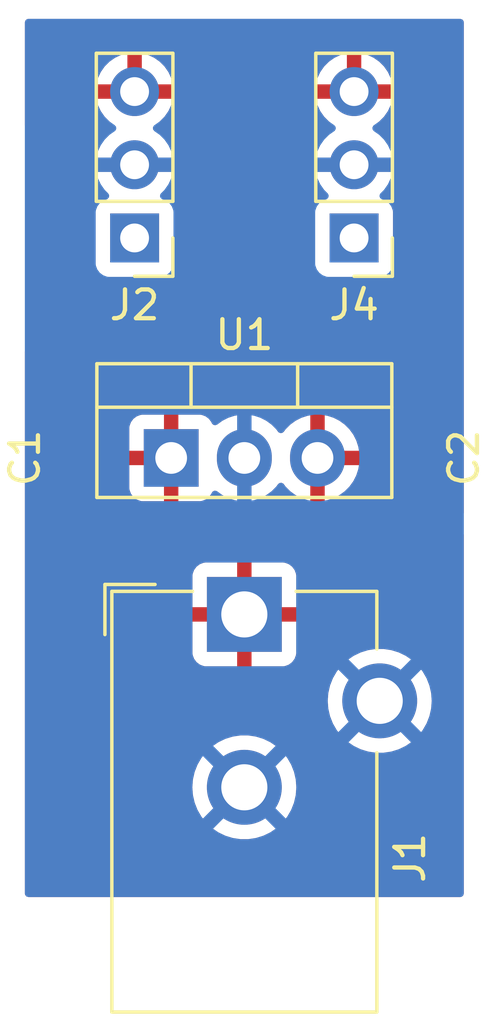
<source format=kicad_pcb>
(kicad_pcb (version 20240108) (generator "pcbnew") (generator_version "8.0")
  (layers (0 "F.Cu" signal) (31 "B.Cu" signal) (34 "B.Paste" user) (35 "F.Paste" user) (36 "B.SilkS" user "B.Silkscreen") (37 "F.SilkS" user "F.Silkscreen") (38 "B.Mask" user) (39 "F.Mask" user) (44 "Edge.Cuts" user))
  (net 0 "")
  (net 1 "GND")
  (net 2 "+9V")
  (net 3 "+5V")
  (footprint "Connector_BarrelJack:BarrelJack_CUI_PJ-102AH_Horizontal" (layer "F.Cu") (at 184.15 70.2)
    (property "Reference" "J1" (at 5.75 8.45 90) (layer "F.SilkS"))
    (property "Value" "Barrel_Jack_Switch")
    (fp_line (start -4.84 -1.04) (end -3.1 -1.04) (stroke (width 0.12)) (layer "F.SilkS"))
    (fp_line (start -4.84 0.7) (end -4.84 -1.04) (stroke (width 0.12)) (layer "F.SilkS"))
    (fp_line (start -4.6 -0.8) (end -1.8 -0.8) (stroke (width 0.12)) (layer "F.SilkS"))
    (fp_line (start -4.6 13.8) (end -4.6 -0.8) (stroke (width 0.12)) (layer "F.SilkS"))
    (fp_line (start 1.8 -0.8) (end 4.6 -0.8) (stroke (width 0.12)) (layer "F.SilkS"))
    (fp_line (start 4.6 -0.8) (end 4.6 1.2) (stroke (width 0.12)) (layer "F.SilkS"))
    (fp_line (start 4.6 4.8) (end 4.6 13.8) (stroke (width 0.12)) (layer "F.SilkS"))
    (fp_line (start 4.6 13.8) (end -4.6 13.8) (stroke (width 0.12)) (layer "F.SilkS"))
    (pad "1" thru_hole rect (at 0 0) (size 2.6 2.6) (drill 1.6) (layers "*.Cu" "*.Mask") (net 2 "+9V"))
    (pad "2" thru_hole circle (at 0 6) (size 2.6 2.6) (drill 1.6) (layers "*.Cu" "*.Mask") (net 1 "GND"))
    (pad "3" thru_hole circle (at 4.7 3) (size 2.6 2.6) (drill 1.6) (layers "*.Cu" "*.Mask") (net 1 "GND"))
  )
  (footprint "Capacitor_SMD:C_0201_0603Metric" (layer "F.Cu") (at 190.5 64.425 -90)
    (property "Reference" "C2" (at 0.345 -1.27 90) (layer "F.SilkS"))
    (property "Value" "0.1u" (hide yes))
    (pad "1" smd roundrect (at -0.32 0 270) (size 0.46 0.4) (layers "F.Cu" "F.Mask") (net 3 "+5V"))
    (pad "2" smd roundrect (at 0.32 0 270) (size 0.46 0.4) (layers "F.Cu" "F.Mask") (net 1 "GND"))
  )
  (footprint "Connector_PinHeader_2.54mm:PinHeader_1x03_P2.54mm_Vertical" (layer "F.Cu") (at 187.96 57.135 180)
    (property "Reference" "J4" (at 0 -2.33 360) (layer "F.SilkS"))
    (property "Value" "Conn_01x03")
    (fp_line (start 1.33 1.27) (end 1.33 6.41) (stroke (width 0.12)) (layer "F.SilkS"))
    (fp_line (start -1.33 6.41) (end 1.33 6.41) (stroke (width 0.12)) (layer "F.SilkS"))
    (fp_line (start -1.33 1.27) (end 1.33 1.27) (stroke (width 0.12)) (layer "F.SilkS"))
    (fp_line (start -1.33 1.27) (end -1.33 6.41) (stroke (width 0.12)) (layer "F.SilkS"))
    (fp_line (start -1.33 0) (end -1.33 -1.33) (stroke (width 0.12)) (layer "F.SilkS"))
    (fp_line (start -1.33 -1.33) (end 0 -1.33) (stroke (width 0.12)) (layer "F.SilkS"))
    (pad "1" thru_hole rect (at 0 0 180) (size 1.7 1.7) (drill 1) (layers "*.Cu" "*.Mask") (net 2 "+9V"))
    (pad "2" thru_hole oval (at 0 2.54 180) (size 1.7 1.7) (drill 1) (layers "*.Cu" "*.Mask") (net 1 "GND"))
    (pad "3" thru_hole oval (at 0 5.08 180) (size 1.7 1.7) (drill 1) (layers "*.Cu" "*.Mask") (net 3 "+5V"))
  )
  (footprint "Connector_PinHeader_2.54mm:PinHeader_1x03_P2.54mm_Vertical" (layer "F.Cu") (at 180.34 57.135 180)
    (property "Reference" "J2" (at 0 -2.33 360) (layer "F.SilkS"))
    (property "Value" "Conn_01x03")
    (fp_line (start 1.33 1.27) (end 1.33 6.41) (stroke (width 0.12)) (layer "F.SilkS"))
    (fp_line (start -1.33 6.41) (end 1.33 6.41) (stroke (width 0.12)) (layer "F.SilkS"))
    (fp_line (start -1.33 1.27) (end 1.33 1.27) (stroke (width 0.12)) (layer "F.SilkS"))
    (fp_line (start -1.33 1.27) (end -1.33 6.41) (stroke (width 0.12)) (layer "F.SilkS"))
    (fp_line (start -1.33 0) (end -1.33 -1.33) (stroke (width 0.12)) (layer "F.SilkS"))
    (fp_line (start -1.33 -1.33) (end 0 -1.33) (stroke (width 0.12)) (layer "F.SilkS"))
    (pad "1" thru_hole rect (at 0 0 180) (size 1.7 1.7) (drill 1) (layers "*.Cu" "*.Mask") (net 2 "+9V"))
    (pad "2" thru_hole oval (at 0 2.54 180) (size 1.7 1.7) (drill 1) (layers "*.Cu" "*.Mask") (net 1 "GND"))
    (pad "3" thru_hole oval (at 0 5.08 180) (size 1.7 1.7) (drill 1) (layers "*.Cu" "*.Mask") (net 3 "+5V"))
  )
  (footprint "Capacitor_SMD:C_0201_0603Metric" (layer "F.Cu") (at 177.8 64.425 -90)
    (property "Reference" "C1" (at 0.345 1.27 90) (layer "F.SilkS"))
    (property "Value" "0.33u" (hide yes))
    (pad "1" smd roundrect (at -0.32 0 270) (size 0.46 0.4) (layers "F.Cu" "F.Mask") (net 2 "+9V"))
    (pad "2" smd roundrect (at 0.32 0 270) (size 0.46 0.4) (layers "F.Cu" "F.Mask") (net 1 "GND"))
  )
  (footprint "Package_TO_SOT_THT:TO-220-3_Vertical" (layer "F.Cu") (at 181.61 64.77)
    (property "Reference" "U1" (at 2.54 -4.27 0) (layer "F.SilkS"))
    (property "Value" "L7805")
    (fp_line (start -2.58 -3.27) (end -2.58 1.371) (stroke (width 0.12)) (layer "F.SilkS"))
    (fp_line (start -2.58 -3.27) (end 7.66 -3.27) (stroke (width 0.12)) (layer "F.SilkS"))
    (fp_line (start -2.58 -1.76) (end 7.66 -1.76) (stroke (width 0.12)) (layer "F.SilkS"))
    (fp_line (start -2.58 1.371) (end 7.66 1.371) (stroke (width 0.12)) (layer "F.SilkS"))
    (fp_line (start 0.69 -3.27) (end 0.69 -1.76) (stroke (width 0.12)) (layer "F.SilkS"))
    (fp_line (start 4.391 -3.27) (end 4.391 -1.76) (stroke (width 0.12)) (layer "F.SilkS"))
    (fp_line (start 7.66 -3.27) (end 7.66 1.371) (stroke (width 0.12)) (layer "F.SilkS"))
    (pad "1" thru_hole rect (at 0 0) (size 1.905 2) (drill 1.1) (layers "*.Cu" "*.Mask") (net 2 "+9V"))
    (pad "2" thru_hole oval (at 2.54 0) (size 1.905 2) (drill 1.1) (layers "*.Cu" "*.Mask") (net 1 "GND"))
    (pad "3" thru_hole oval (at 5.08 0) (size 1.905 2) (drill 1.1) (layers "*.Cu" "*.Mask") (net 3 "+5V"))
  )
  (segment (start 177.195 64.105) (end 177.165 64.135) (width 0.2) (layer "F.Cu") (net 2))
  (segment (start 177.8 64.105) (end 177.195 64.105) (width 0.2) (layer "F.Cu") (net 2))
  (segment (start 179.07 63.5) (end 178.465 64.105) (width 0.2) (layer "F.Cu") (net 2))
  (segment (start 178.465 64.105) (end 177.8 64.105) (width 0.2) (layer "F.Cu") (net 2))
  (segment (start 189.26 64.105) (end 189.23 64.135) (width 0.2) (layer "F.Cu") (net 3))
  (segment (start 191.105 64.105) (end 191.135 64.135) (width 0.2) (layer "F.Cu") (net 3))
  (segment (start 190.5 64.105) (end 189.26 64.105) (width 0.2) (layer "F.Cu") (net 3))
  (segment (start 189.23 64.135) (end 189.23 63.5) (width 0.2) (layer "F.Cu") (net 3))
  (segment (start 190.5 64.105) (end 191.105 64.105) (width 0.2) (layer "F.Cu") (net 3))
  (segment (start 190.5 64.105) (end 190.5 62.865) (width 0.2) (layer "F.Cu") (net 3))
  (zone (net 2) (net_name "+9V") (layer "F.Cu") (priority 1) (connect_pads (clearance 0.5)) (min_thickness 0.25) (fill yes (thermal_gap 0.5) (thermal_bridge_width 0.5))
    (polygon (pts (xy 176.53 60.96) (xy 176.53 80.01) (xy 191.77 80.01) (xy 191.77 67.31) (xy 184.15 67.31) (xy 184.15 60.96)))
  )
  (zone (net 3) (net_name "+5V") (layer "F.Cu") (connect_pads (clearance 0.5)) (min_thickness 0.25) (fill yes (thermal_gap 0.5) (thermal_bridge_width 0.5))
    (polygon (pts (xy 176.53 49.53) (xy 176.53 53.34) (xy 189.23 53.34) (xy 189.23 60.96) (xy 184.15 60.96) (xy 184.15 67.31) (xy 191.77 67.31) (xy 191.77 49.53)))
  )
  (zone (net 1) (net_name "GND") (layer "B.Cu") (priority 2) (connect_pads (clearance 0.5)) (min_thickness 0.25) (fill yes (thermal_gap 0.5) (thermal_bridge_width 0.5))
    (polygon (pts (xy 176.53 49.53) (xy 176.53 80.01) (xy 191.77 80.01) (xy 191.77 49.53)))
  )
)
</source>
